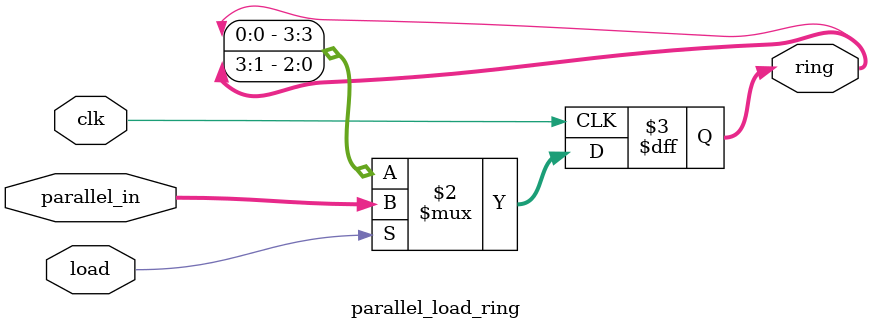
<source format=sv>
module parallel_load_ring (
    input clk, load,
    input [3:0] parallel_in,
    output reg [3:0] ring
);
always @(posedge clk) begin
    ring <= load ? parallel_in : {ring[0], ring[3:1]};
end
endmodule

</source>
